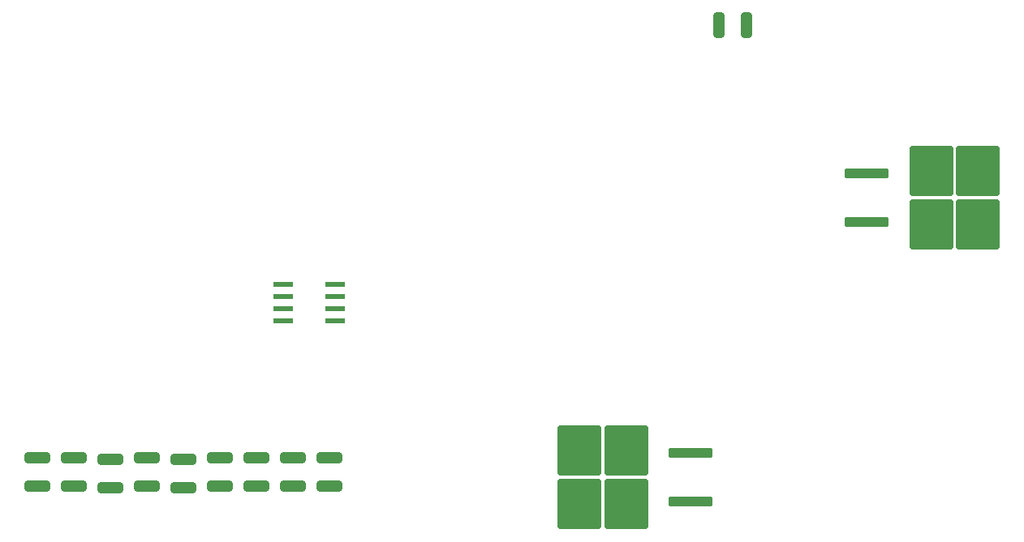
<source format=gbr>
%TF.GenerationSoftware,KiCad,Pcbnew,7.0.2*%
%TF.CreationDate,2023-05-13T16:33:46+02:00*%
%TF.ProjectId,pid_controller,7069645f-636f-46e7-9472-6f6c6c65722e,2.0*%
%TF.SameCoordinates,Original*%
%TF.FileFunction,Paste,Bot*%
%TF.FilePolarity,Positive*%
%FSLAX46Y46*%
G04 Gerber Fmt 4.6, Leading zero omitted, Abs format (unit mm)*
G04 Created by KiCad (PCBNEW 7.0.2) date 2023-05-13 16:33:46*
%MOMM*%
%LPD*%
G01*
G04 APERTURE LIST*
G04 Aperture macros list*
%AMRoundRect*
0 Rectangle with rounded corners*
0 $1 Rounding radius*
0 $2 $3 $4 $5 $6 $7 $8 $9 X,Y pos of 4 corners*
0 Add a 4 corners polygon primitive as box body*
4,1,4,$2,$3,$4,$5,$6,$7,$8,$9,$2,$3,0*
0 Add four circle primitives for the rounded corners*
1,1,$1+$1,$2,$3*
1,1,$1+$1,$4,$5*
1,1,$1+$1,$6,$7*
1,1,$1+$1,$8,$9*
0 Add four rect primitives between the rounded corners*
20,1,$1+$1,$2,$3,$4,$5,0*
20,1,$1+$1,$4,$5,$6,$7,0*
20,1,$1+$1,$6,$7,$8,$9,0*
20,1,$1+$1,$8,$9,$2,$3,0*%
G04 Aperture macros list end*
%ADD10RoundRect,0.250000X1.075000X-0.312500X1.075000X0.312500X-1.075000X0.312500X-1.075000X-0.312500X0*%
%ADD11RoundRect,0.250000X0.312500X1.075000X-0.312500X1.075000X-0.312500X-1.075000X0.312500X-1.075000X0*%
%ADD12RoundRect,0.250000X-2.050000X-0.300000X2.050000X-0.300000X2.050000X0.300000X-2.050000X0.300000X0*%
%ADD13RoundRect,0.250000X-2.025000X-2.375000X2.025000X-2.375000X2.025000X2.375000X-2.025000X2.375000X0*%
%ADD14RoundRect,0.250000X2.050000X0.300000X-2.050000X0.300000X-2.050000X-0.300000X2.050000X-0.300000X0*%
%ADD15RoundRect,0.250000X2.025000X2.375000X-2.025000X2.375000X-2.025000X-2.375000X2.025000X-2.375000X0*%
%ADD16R,2.000000X0.600000*%
G04 APERTURE END LIST*
D10*
%TO.C,R9*%
X100330000Y-122243500D03*
X100330000Y-119318500D03*
%TD*%
%TO.C,R13*%
X107950000Y-122051000D03*
X107950000Y-119126000D03*
%TD*%
%TO.C,R3*%
X88900000Y-122051000D03*
X88900000Y-119126000D03*
%TD*%
%TO.C,R11*%
X104140000Y-122051000D03*
X104140000Y-119126000D03*
%TD*%
D11*
%TO.C,R17*%
X159135000Y-73914000D03*
X156210000Y-73914000D03*
%TD*%
D10*
%TO.C,R18*%
X115570000Y-122051000D03*
X115570000Y-119126000D03*
%TD*%
D12*
%TO.C,Q4*%
X171674000Y-94488000D03*
D13*
X178399000Y-89173000D03*
X178399000Y-94723000D03*
X183249000Y-89173000D03*
X183249000Y-94723000D03*
D12*
X171674000Y-89408000D03*
%TD*%
D14*
%TO.C,Q2*%
X153283000Y-118637000D03*
D15*
X146558000Y-123952000D03*
X146558000Y-118402000D03*
X141708000Y-123952000D03*
X141708000Y-118402000D03*
D14*
X153283000Y-123717000D03*
%TD*%
D10*
%TO.C,R1*%
X85090000Y-122051000D03*
X85090000Y-119126000D03*
%TD*%
%TO.C,R5*%
X92710000Y-122243500D03*
X92710000Y-119318500D03*
%TD*%
%TO.C,R15*%
X111760000Y-122051000D03*
X111760000Y-119126000D03*
%TD*%
D16*
%TO.C,U4*%
X116205000Y-100965000D03*
X116205000Y-102235000D03*
X116205000Y-103505000D03*
X116205000Y-104775000D03*
X110755000Y-104775000D03*
X110755000Y-103505000D03*
X110755000Y-102235000D03*
X110755000Y-100965000D03*
%TD*%
D10*
%TO.C,R7*%
X96520000Y-122051000D03*
X96520000Y-119126000D03*
%TD*%
M02*

</source>
